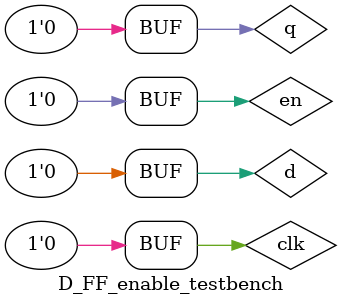
<source format=sv>

module D_FF_enable (q, d, en, clk);
	input logic d, en, clk;
	output logic q;
	logic outFromMux;
	logic [1:0] in;
	
	assign in[0] = q;
	assign in[1] = d;

	//Create a flip flop from the submodule D_FF
	D_FF d0 (.q(q), .d(outFromMux), .reset(1'b0), .clk);
	
	//Create a MUX through the submodule mux2_1
	mux2_1 theMux (.in(in[1:0]), .sel(en), .out(outFromMux));
	
endmodule 

module D_FF_enable_testbench();
	logic d, en, clk;
	logic q;

	D_FF_enable dut (.q, .d, .en, .clk);

	initial begin
		q=0; d=0; en=0; clk=0; #10;
		
		//Testing en signal at 0
		d=1; en=0; clk=0; #10;
		d=1; en=0; clk=1; #10;
		d=1; en=0; clk=0; #10;
		d=1; en=0; clk=1; #10;
		d=0; en=0; clk=0; #10;
		
		//Testing en signal at 1
		d=1; en=1; clk=0; #10;
		d=1; en=1; clk=0; #10;
		d=1; en=1; clk=1; #10;
		d=1; en=1; clk=0; #10;
		d=1; en=1; clk=1; #10;
		d=1; en=1; clk=0; #10;
		
		//Testing en signal at 0
		d=0; en=0; clk=0; #10;
		d=0; en=0; clk=0; #10;
		d=0; en=0; clk=1; #10;
		d=0; en=0; clk=0; #10;
		d=0; en=0; clk=1; #10;
		d=0; en=0; clk=0; #10;
	end
endmodule 
</source>
